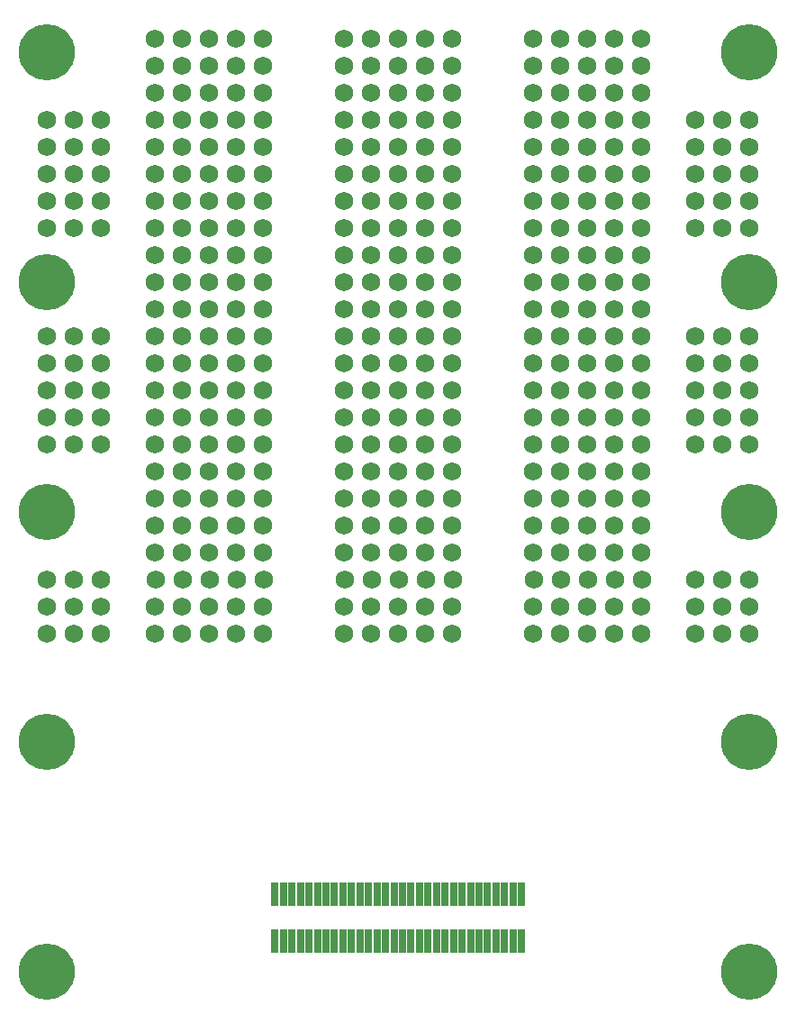
<source format=gts>
G04*
G04 #@! TF.GenerationSoftware,Altium Limited,Altium Designer,24.0.1 (36)*
G04*
G04 Layer_Color=8388736*
%FSLAX44Y44*%
%MOMM*%
G71*
G04*
G04 #@! TF.SameCoordinates,2E35C3AD-188A-49CD-8274-300F61BF0D8F*
G04*
G04*
G04 #@! TF.FilePolarity,Negative*
G04*
G01*
G75*
%ADD14R,0.7032X2.2032*%
%ADD15C,1.7272*%
%ADD16C,5.2832*%
D14*
X1119300Y371700D02*
D03*
Y415700D02*
D03*
X1111300Y371700D02*
D03*
Y415700D02*
D03*
X1103300Y371700D02*
D03*
Y415700D02*
D03*
X1095300Y371700D02*
D03*
Y415700D02*
D03*
X1087300Y371700D02*
D03*
Y415700D02*
D03*
X1079300Y371700D02*
D03*
Y415700D02*
D03*
X1071300Y371700D02*
D03*
Y415700D02*
D03*
X1063300Y371700D02*
D03*
Y415700D02*
D03*
X1055300Y371700D02*
D03*
Y415700D02*
D03*
X1047300Y371700D02*
D03*
Y415700D02*
D03*
X1039300Y371700D02*
D03*
Y415700D02*
D03*
X1031300Y371700D02*
D03*
Y415700D02*
D03*
X1023300Y371700D02*
D03*
Y415700D02*
D03*
X1015300Y371700D02*
D03*
Y415700D02*
D03*
X1007300Y371700D02*
D03*
Y415700D02*
D03*
X999300Y371700D02*
D03*
Y415700D02*
D03*
X991300Y371700D02*
D03*
Y415700D02*
D03*
X983300Y371700D02*
D03*
Y415700D02*
D03*
X975300Y371700D02*
D03*
Y415700D02*
D03*
X967300Y371700D02*
D03*
Y415700D02*
D03*
X959300Y371700D02*
D03*
Y415700D02*
D03*
X951300Y371700D02*
D03*
Y415700D02*
D03*
X943300Y371700D02*
D03*
Y415700D02*
D03*
X935300Y371700D02*
D03*
Y415700D02*
D03*
X927300Y371700D02*
D03*
Y415700D02*
D03*
X919300Y371700D02*
D03*
Y415700D02*
D03*
X911300Y371700D02*
D03*
Y415700D02*
D03*
X903300Y371700D02*
D03*
Y415700D02*
D03*
X895300Y371700D02*
D03*
Y415700D02*
D03*
X887300Y371700D02*
D03*
Y415700D02*
D03*
D15*
X723900Y1041400D02*
D03*
X698500D02*
D03*
X673100D02*
D03*
X1333500Y1143000D02*
D03*
X1308100D02*
D03*
X1282700D02*
D03*
X1333500Y1117600D02*
D03*
X1308100D02*
D03*
X1282700D02*
D03*
X1333500Y1092200D02*
D03*
X1308100D02*
D03*
X1282700D02*
D03*
X1333500Y1066800D02*
D03*
X1308100D02*
D03*
X1282700D02*
D03*
X1333500Y939800D02*
D03*
X1308100D02*
D03*
X1282700D02*
D03*
X1333500Y914400D02*
D03*
X1308100D02*
D03*
X1282700D02*
D03*
X1333500Y889000D02*
D03*
X1308100D02*
D03*
X1282700D02*
D03*
X1333500Y863600D02*
D03*
X1308100D02*
D03*
X1282700D02*
D03*
X1333500Y838200D02*
D03*
X1308100D02*
D03*
X1282700D02*
D03*
X723900Y1143000D02*
D03*
X698500D02*
D03*
X673100D02*
D03*
X723900Y1117600D02*
D03*
X698500D02*
D03*
X673100D02*
D03*
X723900Y1092200D02*
D03*
X698500D02*
D03*
X673100D02*
D03*
X723900Y1066800D02*
D03*
X698500D02*
D03*
X673100D02*
D03*
X723900Y939800D02*
D03*
X698500D02*
D03*
X673100D02*
D03*
X723900Y914400D02*
D03*
X698500D02*
D03*
X673100D02*
D03*
X723900Y889000D02*
D03*
X698500D02*
D03*
X673100D02*
D03*
X723900Y863600D02*
D03*
X698500D02*
D03*
X673100D02*
D03*
X723900Y838200D02*
D03*
X698500D02*
D03*
X673100D02*
D03*
X1333500Y711200D02*
D03*
X1308100D02*
D03*
X1282700D02*
D03*
X1333500Y685800D02*
D03*
X1308100D02*
D03*
X1282700D02*
D03*
X723900Y711200D02*
D03*
Y685800D02*
D03*
X698500Y711200D02*
D03*
Y685800D02*
D03*
X673100Y711200D02*
D03*
Y685800D02*
D03*
X774700Y1219200D02*
D03*
X800100D02*
D03*
X825500D02*
D03*
X850900D02*
D03*
X876300D02*
D03*
X774700Y1193800D02*
D03*
X800100D02*
D03*
X825500D02*
D03*
X850900D02*
D03*
X876300D02*
D03*
X774700Y1168400D02*
D03*
X800100D02*
D03*
X825500D02*
D03*
X850900D02*
D03*
X876300D02*
D03*
X774700Y1143000D02*
D03*
X800100D02*
D03*
X825500D02*
D03*
X850900D02*
D03*
X876300D02*
D03*
X774700Y1117600D02*
D03*
X800100D02*
D03*
X825500D02*
D03*
X850900D02*
D03*
X876300D02*
D03*
X774700Y1092200D02*
D03*
X800100D02*
D03*
X825500D02*
D03*
X850900D02*
D03*
X876300D02*
D03*
X774700Y1066800D02*
D03*
X800100D02*
D03*
X825500D02*
D03*
X850900D02*
D03*
X876300D02*
D03*
X774700Y1041400D02*
D03*
X800100D02*
D03*
X825500D02*
D03*
X850900D02*
D03*
X876300D02*
D03*
X774700Y1016000D02*
D03*
X800100D02*
D03*
X825500D02*
D03*
X850900D02*
D03*
X876300D02*
D03*
X774700Y990600D02*
D03*
X800100D02*
D03*
X825500D02*
D03*
X850900D02*
D03*
X876300D02*
D03*
X774700Y965200D02*
D03*
X800100D02*
D03*
X825500D02*
D03*
X850900D02*
D03*
X876300D02*
D03*
X774700Y939800D02*
D03*
X800100D02*
D03*
X825500D02*
D03*
X850900D02*
D03*
X876300D02*
D03*
X774700Y914400D02*
D03*
X800100D02*
D03*
X825500D02*
D03*
X850900D02*
D03*
X876300D02*
D03*
X774700Y889000D02*
D03*
X800100D02*
D03*
X825500D02*
D03*
X850900D02*
D03*
X876300D02*
D03*
X774700Y863600D02*
D03*
X800100D02*
D03*
X825500D02*
D03*
X850900D02*
D03*
X876300D02*
D03*
X774700Y838200D02*
D03*
X800100D02*
D03*
X825500D02*
D03*
X850900D02*
D03*
X876300D02*
D03*
X774700Y812800D02*
D03*
X800100D02*
D03*
X825500D02*
D03*
X850900D02*
D03*
X876300D02*
D03*
X774700Y787400D02*
D03*
X800100D02*
D03*
X825500D02*
D03*
X850900D02*
D03*
X876300D02*
D03*
X774700Y762000D02*
D03*
X800100D02*
D03*
X825500D02*
D03*
X850900D02*
D03*
X876300D02*
D03*
X774700Y736600D02*
D03*
X800100D02*
D03*
X825500D02*
D03*
X850900D02*
D03*
X876300D02*
D03*
X775336Y710711D02*
D03*
X800736D02*
D03*
X826136D02*
D03*
X851536D02*
D03*
X876936D02*
D03*
X1333500Y660400D02*
D03*
X1308100D02*
D03*
X1282700D02*
D03*
X723900D02*
D03*
X698500D02*
D03*
X673100D02*
D03*
X774700D02*
D03*
X800100D02*
D03*
X825500D02*
D03*
X850900D02*
D03*
X876300D02*
D03*
X774700Y685800D02*
D03*
X800100D02*
D03*
X825500D02*
D03*
X850900D02*
D03*
X876300D02*
D03*
X952500Y1219200D02*
D03*
X977900D02*
D03*
X1003300D02*
D03*
X1028700D02*
D03*
X1054100D02*
D03*
X952500Y1193800D02*
D03*
X977900D02*
D03*
X1003300D02*
D03*
X1028700D02*
D03*
X1054100D02*
D03*
X952500Y1168400D02*
D03*
X977900D02*
D03*
X1003300D02*
D03*
X1028700D02*
D03*
X1054100D02*
D03*
X952500Y1143000D02*
D03*
X977900D02*
D03*
X1003300D02*
D03*
X1028700D02*
D03*
X1054100D02*
D03*
X952500Y1117600D02*
D03*
X977900D02*
D03*
X1003300D02*
D03*
X1028700D02*
D03*
X1054100D02*
D03*
X952500Y1092200D02*
D03*
X977900D02*
D03*
X1003300D02*
D03*
X1028700D02*
D03*
X1054100D02*
D03*
X952500Y1066800D02*
D03*
X977900D02*
D03*
X1003300D02*
D03*
X1028700D02*
D03*
X1054100D02*
D03*
X952500Y1041400D02*
D03*
X977900D02*
D03*
X1003300D02*
D03*
X1028700D02*
D03*
X1054100D02*
D03*
X952500Y1016000D02*
D03*
X977900D02*
D03*
X1003300D02*
D03*
X1028700D02*
D03*
X1054100D02*
D03*
X952500Y990600D02*
D03*
X977900D02*
D03*
X1003300D02*
D03*
X1028700D02*
D03*
X1054100D02*
D03*
X952500Y965200D02*
D03*
X977900D02*
D03*
X1003300D02*
D03*
X1028700D02*
D03*
X1054100D02*
D03*
X952500Y939800D02*
D03*
X977900D02*
D03*
X1003300D02*
D03*
X1028700D02*
D03*
X1054100D02*
D03*
X952500Y914400D02*
D03*
X977900D02*
D03*
X1003300D02*
D03*
X1028700D02*
D03*
X1054100D02*
D03*
X952500Y889000D02*
D03*
X977900D02*
D03*
X1003300D02*
D03*
X1028700D02*
D03*
X1054100D02*
D03*
X952500Y863600D02*
D03*
X977900D02*
D03*
X1003300D02*
D03*
X1028700D02*
D03*
X1054100D02*
D03*
X952500Y838200D02*
D03*
X977900D02*
D03*
X1003300D02*
D03*
X1028700D02*
D03*
X1054100D02*
D03*
X952500Y812800D02*
D03*
X977900D02*
D03*
X1003300D02*
D03*
X1028700D02*
D03*
X1054100D02*
D03*
X952500Y787400D02*
D03*
X977900D02*
D03*
X1003300D02*
D03*
X1028700D02*
D03*
X1054100D02*
D03*
X952500Y762000D02*
D03*
X977900D02*
D03*
X1003300D02*
D03*
X1028700D02*
D03*
X1054100D02*
D03*
X952500Y736600D02*
D03*
X977900D02*
D03*
X1003300D02*
D03*
X1028700D02*
D03*
X1054100D02*
D03*
X953136Y710711D02*
D03*
X978536D02*
D03*
X1003936D02*
D03*
X1029336D02*
D03*
X1054736D02*
D03*
X952500Y660400D02*
D03*
X977900D02*
D03*
X1003300D02*
D03*
X1028700D02*
D03*
X1054100D02*
D03*
X952500Y685800D02*
D03*
X977900D02*
D03*
X1003300D02*
D03*
X1028700D02*
D03*
X1054100D02*
D03*
X1130300Y1219200D02*
D03*
X1155700D02*
D03*
X1181100D02*
D03*
X1206500D02*
D03*
X1231900D02*
D03*
X1130300Y1193800D02*
D03*
X1155700D02*
D03*
X1181100D02*
D03*
X1206500D02*
D03*
X1231900D02*
D03*
X1130300Y1168400D02*
D03*
X1155700D02*
D03*
X1181100D02*
D03*
X1206500D02*
D03*
X1231900D02*
D03*
X1130300Y1143000D02*
D03*
X1155700D02*
D03*
X1181100D02*
D03*
X1206500D02*
D03*
X1231900D02*
D03*
X1130300Y1117600D02*
D03*
X1155700D02*
D03*
X1181100D02*
D03*
X1206500D02*
D03*
X1231900D02*
D03*
X1130300Y1092200D02*
D03*
X1155700D02*
D03*
X1181100D02*
D03*
X1206500D02*
D03*
X1231900D02*
D03*
X1130300Y1066800D02*
D03*
X1155700D02*
D03*
X1181100D02*
D03*
X1206500D02*
D03*
X1231900D02*
D03*
X1130300Y1041400D02*
D03*
X1155700D02*
D03*
X1181100D02*
D03*
X1206500D02*
D03*
X1231900D02*
D03*
X1130300Y1016000D02*
D03*
X1155700D02*
D03*
X1181100D02*
D03*
X1206500D02*
D03*
X1231900D02*
D03*
X1130300Y990600D02*
D03*
X1155700D02*
D03*
X1181100D02*
D03*
X1206500D02*
D03*
X1231900D02*
D03*
X1130300Y965200D02*
D03*
X1155700D02*
D03*
X1181100D02*
D03*
X1206500D02*
D03*
X1231900D02*
D03*
X1130300Y939800D02*
D03*
X1155700D02*
D03*
X1181100D02*
D03*
X1206500D02*
D03*
X1231900D02*
D03*
X1130300Y914400D02*
D03*
X1155700D02*
D03*
X1181100D02*
D03*
X1206500D02*
D03*
X1231900D02*
D03*
X1130300Y889000D02*
D03*
X1155700D02*
D03*
X1181100D02*
D03*
X1206500D02*
D03*
X1231900D02*
D03*
X1130300Y863600D02*
D03*
X1155700D02*
D03*
X1181100D02*
D03*
X1206500D02*
D03*
X1231900D02*
D03*
X1130300Y838200D02*
D03*
X1155700D02*
D03*
X1181100D02*
D03*
X1206500D02*
D03*
X1231900D02*
D03*
X1130300Y812800D02*
D03*
X1155700D02*
D03*
X1181100D02*
D03*
X1206500D02*
D03*
X1231900D02*
D03*
X1130300Y787400D02*
D03*
X1155700D02*
D03*
X1181100D02*
D03*
X1206500D02*
D03*
X1231900D02*
D03*
X1130300Y762000D02*
D03*
X1155700D02*
D03*
X1181100D02*
D03*
X1206500D02*
D03*
X1231900D02*
D03*
X1130300Y736600D02*
D03*
X1155700D02*
D03*
X1181100D02*
D03*
X1206500D02*
D03*
X1231900D02*
D03*
X1130936Y710711D02*
D03*
X1156336D02*
D03*
X1181736D02*
D03*
X1207136D02*
D03*
X1232536D02*
D03*
X1130300Y660400D02*
D03*
X1155700D02*
D03*
X1181100D02*
D03*
X1206500D02*
D03*
X1231900D02*
D03*
X1130300Y685800D02*
D03*
X1155700D02*
D03*
X1181100D02*
D03*
X1206500D02*
D03*
X1231900D02*
D03*
X1333500Y1041400D02*
D03*
X1308100D02*
D03*
X1282700D02*
D03*
D16*
X673100Y1206500D02*
D03*
X1333500D02*
D03*
X673100Y990600D02*
D03*
X1333500D02*
D03*
X673100Y774700D02*
D03*
X1333500D02*
D03*
X673100Y558800D02*
D03*
X1333500D02*
D03*
Y342900D02*
D03*
X673100D02*
D03*
M02*

</source>
